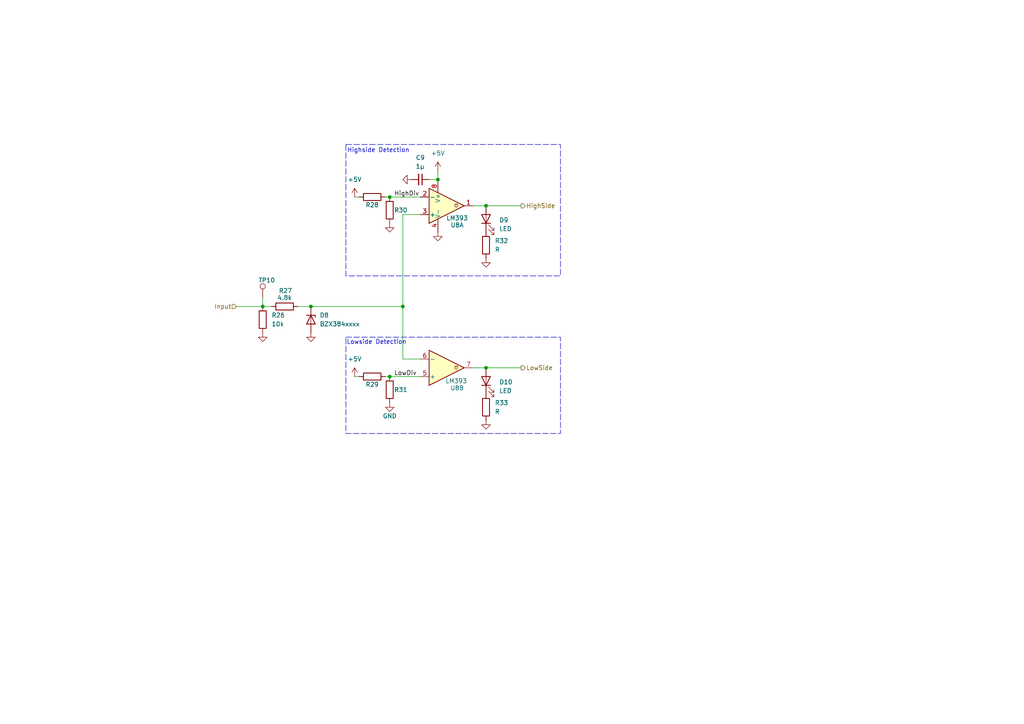
<source format=kicad_sch>
(kicad_sch (version 20250114) (generator "eeschema") (generator_version "9.0")
  (paper "A4")
  (lib_symbols
    (symbol "Comparator:LM393" (pin_names (offset 0.127))
      (property "Reference" "U" (at 3.81 3.81 0))
      (property "Value" "LM393" (at 6.35 -3.81 0))
      (symbol "LM393_1_1"
        (polyline (pts (xy -5.08 5.08) (xy 5.08 0) (xy -5.08 -5.08) (xy -5.08 5.08)) (stroke (width 0.254)) (fill (type background)))
        (polyline (pts (xy 3.302 -0.508) (xy 2.794 -0.508) (xy 3.302 0) (xy 2.794 0.508) (xy 2.286 0) (xy 2.794 -0.508) (xy 2.286 -0.508)) (stroke (width 0.127)))
        (pin input line (at -7.62 2.54 0) (length 2.54) (name "+") (number "3"))
        (pin input line (at -7.62 -2.54 0) (length 2.54) (name "-") (number "2"))
        (pin open_collector line (at 7.62 0 180) (length 2.54) (name "~") (number "1"))
      )
      (symbol "LM393_2_1"
        (polyline (pts (xy -5.08 5.08) (xy 5.08 0) (xy -5.08 -5.08) (xy -5.08 5.08)) (stroke (width 0.254)) (fill (type background)))
        (polyline (pts (xy 3.302 -0.508) (xy 2.794 -0.508) (xy 3.302 0) (xy 2.794 0.508) (xy 2.286 0) (xy 2.794 -0.508) (xy 2.286 -0.508)) (stroke (width 0.127)))
        (pin input line (at -7.62 2.54 0) (length 2.54) (name "+") (number "5"))
        (pin input line (at -7.62 -2.54 0) (length 2.54) (name "-") (number "6"))
        (pin open_collector line (at 7.62 0 180) (length 2.54) (name "~") (number "7"))
      )
      (symbol "LM393_3_1"
        (pin power_in line (at -2.54 7.62 270) (length 3.81) (name "V+") (number "8"))
        (pin power_in line (at -2.54 -7.62 90) (length 3.81) (name "V-") (number "4"))
      )
    )
    (symbol "Connector:TestPoint" (pin_numbers (hide yes)) (pin_names (offset 0.762) (hide yes))
      (property "Reference" "TP" (at 0 6.858 0))
      (property "Value" "TestPoint" (at 0 5.08 0))
      (symbol "TestPoint_0_1"
        (circle (center 0 3.302) (radius 0.762))
      )
      (symbol "TestPoint_1_1"
        (pin passive line (at 0 0 90) (length 2.54) (name "1") (number "1"))
      )
    )
    (symbol "Device:C_Small" (pin_numbers (hide yes)) (pin_names (offset 0.254) (hide yes))
      (property "Reference" "C" (at 0.254 1.778 0))
      (property "Value" "C_Small" (at 0.254 -2.032 0))
      (symbol "C_Small_0_1"
        (polyline (pts (xy -1.524 0.508) (xy 1.524 0.508)) (stroke (width 0.3048)))
        (polyline (pts (xy -1.524 -0.508) (xy 1.524 -0.508)) (stroke (width 0.3302)))
      )
      (symbol "C_Small_1_1"
        (pin passive line (at 0 2.54 270) (length 2.032) (name "~") (number "1"))
        (pin passive line (at 0 -2.54 90) (length 2.032) (name "~") (number "2"))
      )
    )
    (symbol "Device:LED" (pin_numbers (hide yes)) (pin_names (offset 1.016) (hide yes))
      (property "Reference" "D" (at 0 2.54 0))
      (property "Value" "LED" (at 0 -2.54 0))
      (symbol "LED_0_1"
        (polyline (pts (xy -3.048 -0.762) (xy -4.572 -2.286) (xy -3.81 -2.286) (xy -4.572 -2.286) (xy -4.572 -1.524)))
        (polyline (pts (xy -1.778 -0.762) (xy -3.302 -2.286) (xy -2.54 -2.286) (xy -3.302 -2.286) (xy -3.302 -1.524)))
        (polyline (pts (xy -1.27 0) (xy 1.27 0)))
        (polyline (pts (xy -1.27 -1.27) (xy -1.27 1.27)) (stroke (width 0.254)))
        (polyline (pts (xy 1.27 -1.27) (xy 1.27 1.27) (xy -1.27 0) (xy 1.27 -1.27)) (stroke (width 0.254)))
      )
      (symbol "LED_1_1"
        (pin passive line (at -3.81 0 0) (length 2.54) (name "K") (number "1"))
        (pin passive line (at 3.81 0 180) (length 2.54) (name "A") (number "2"))
      )
    )
    (symbol "Device:R" (pin_numbers (hide yes)) (pin_names (offset 0))
      (property "Reference" "R" (at 2.032 0 90))
      (property "Value" "R" (at 0 0 90))
      (symbol "R_0_1"
        (rectangle (start -1.016 -2.54) (end 1.016 2.54) (stroke (width 0.254)))
      )
      (symbol "R_1_1"
        (pin passive line (at 0 3.81 270) (length 1.27) (name "~") (number "1"))
        (pin passive line (at 0 -3.81 90) (length 1.27) (name "~") (number "2"))
      )
    )
    (symbol "Diode:BZX384xxxx" (pin_numbers (hide yes)) (pin_names (hide yes))
      (property "Reference" "D" (at 0 2.54 0))
      (property "Value" "BZX384xxxx" (at 0 -2.54 0))
      (symbol "BZX384xxxx_0_1"
        (polyline (pts (xy -1.27 -1.27) (xy -1.27 1.27) (xy -0.762 1.27)) (stroke (width 0.254)))
        (polyline (pts (xy 1.27 0) (xy -1.27 0)))
        (polyline (pts (xy 1.27 -1.27) (xy 1.27 1.27) (xy -1.27 0) (xy 1.27 -1.27)) (stroke (width 0.254)))
      )
      (symbol "BZX384xxxx_1_1"
        (pin passive line (at -3.81 0 0) (length 2.54) (name "K") (number "1"))
        (pin passive line (at 3.81 0 180) (length 2.54) (name "A") (number "2"))
      )
    )
    (symbol "power:+5V" (power) (pin_numbers (hide yes)) (pin_names (offset 0) (hide yes))
      (property "Value" "+5V" (at 0 3.556 0))
      (symbol "+5V_0_1"
        (polyline (pts (xy -0.762 1.27) (xy 0 2.54)))
        (polyline (pts (xy 0 2.54) (xy 0.762 1.27)))
        (polyline (pts (xy 0 0) (xy 0 2.54)))
      )
      (symbol "+5V_1_1"
        (pin power_in line (at 0 0 90) (length 0) (name "~") (number "1"))
      )
    )
    (symbol "power:GND" (power) (pin_numbers (hide yes)) (pin_names (offset 0) (hide yes))
      (property "Value" "GND" (at 0 -3.81 0))
      (symbol "GND_0_1"
        (polyline (pts (xy 0 0) (xy 0 -1.27) (xy 1.27 -1.27) (xy 0 -2.54) (xy -1.27 -1.27) (xy 0 -1.27)))
      )
      (symbol "GND_1_1"
        (pin power_in line (at 0 0 270) (length 0) (name "~") (number "1"))
      )
    )
  )
  (rectangle (start 100.33 41.91) (end 162.56 80.01) (stroke (width 0) (type dash)))
  (rectangle (start 100.33 97.79) (end 162.56 125.73) (stroke (width 0) (type dash)))
  (text "Highside Detection" (at 109.728 43.688 0) (effects (font (size 1.27 1.27))))
  (text "Lowside Detection" (at 109.22 99.314 0) (effects (font (size 1.27 1.27))))
  (junction (at 90.17 88.9))
  (junction (at 76.2 88.9))
  (junction (at 113.03 109.22))
  (junction (at 116.84 88.9))
  (junction (at 127 52.07))
  (junction (at 140.97 59.69))
  (junction (at 140.97 106.68))
  (junction (at 113.03 57.15))
  (wire (pts (xy 111.76 109.22) (xy 113.03 109.22)))
  (wire (pts (xy 124.46 52.07) (xy 127 52.07)))
  (wire (pts (xy 140.97 106.68) (xy 151.13 106.68)))
  (wire (pts (xy 102.87 109.22) (xy 104.14 109.22)))
  (wire (pts (xy 113.03 109.22) (xy 121.92 109.22)))
  (wire (pts (xy 111.76 57.15) (xy 113.03 57.15)))
  (wire (pts (xy 137.16 59.69) (xy 140.97 59.69)))
  (wire (pts (xy 68.58 88.9) (xy 76.2 88.9)))
  (wire (pts (xy 137.16 106.68) (xy 140.97 106.68)))
  (wire (pts (xy 86.36 88.9) (xy 90.17 88.9)))
  (wire (pts (xy 116.84 62.23) (xy 116.84 88.9)))
  (wire (pts (xy 76.2 88.9) (xy 78.74 88.9)))
  (wire (pts (xy 113.03 57.15) (xy 121.92 57.15)))
  (wire (pts (xy 116.84 62.23) (xy 121.92 62.23)))
  (wire (pts (xy 90.17 88.9) (xy 116.84 88.9)))
  (wire (pts (xy 116.84 88.9) (xy 116.84 104.14)))
  (wire (pts (xy 102.87 57.15) (xy 104.14 57.15)))
  (wire (pts (xy 116.84 104.14) (xy 121.92 104.14)))
  (wire (pts (xy 76.2 86.36) (xy 76.2 88.9)))
  (wire (pts (xy 140.97 59.69) (xy 151.13 59.69)))
  (wire (pts (xy 127 49.53) (xy 127 52.07)))
  (label "LowDiv" (at 114.3 109.22 0))
  (label "HighDiv" (at 114.3 57.15 0))
  (hierarchical_label "HighSide" (shape output) (at 151.13 59.69 0))
  (hierarchical_label "LowSide" (shape output) (at 151.13 106.68 0))
  (hierarchical_label "Input" (shape input) (at 68.58 88.9 180))
  (symbol (lib_id "power:GND") (at 113.03 116.84 0) (unit 1)
    (property "Reference" "#PWR045" (effects (hide yes)))
    (property "Value" "GND" (at 113.03 120.65 0))
    (property "Description" "Power symbol creates a global label with name \"GND\" , ground" (effects (hide yes)))
    (instances (project "BSPD" (path "" (reference "#PWR056") (unit 1)) (path "" (reference "#PWR045") (unit 1))))
  )
  (symbol (lib_id "Device:R") (at 107.95 109.22 90) (unit 1)
    (property "Reference" "R21" (at 107.95 111.506 90))
    (property "Value" "39K" (effects (hide yes)))
    (property "Footprint" "Resistor_SMD:R_0603_1608Metric" (effects (hide yes)))
    (property "Description" "Resistor" (effects (hide yes)))
    (instances (project "BSPD" (path "" (reference "R29") (unit 1)) (path "" (reference "R21") (unit 1))))
  )
  (symbol (lib_id "Device:R") (at 140.97 118.11 0) (unit 1)
    (property "Reference" "R25" (at 143.51 116.8399 0) (effects (justify left)))
    (property "Value" "R" (at 143.51 119.3799 0) (effects (justify left)))
    (property "Footprint" "Resistor_SMD:R_0603_1608Metric" (effects (hide yes)))
    (property "Description" "Resistor" (effects (hide yes)))
    (instances (project "BSPD" (path "" (reference "R33") (unit 1)) (path "" (reference "R25") (unit 1))))
  )
  (symbol (lib_id "Device:R") (at 140.97 71.12 0) (unit 1)
    (property "Reference" "R24" (at 143.51 69.8499 0) (effects (justify left)))
    (property "Value" "R" (at 143.51 72.3899 0) (effects (justify left)))
    (property "Footprint" "Resistor_SMD:R_0603_1608Metric" (effects (hide yes)))
    (property "Description" "Resistor" (effects (hide yes)))
    (instances (project "BSPD" (path "" (reference "R32") (unit 1)) (path "" (reference "R24") (unit 1))))
  )
  (symbol (lib_id "Comparator:LM393") (at 129.54 59.69 0) (unit 3)
    (property "Reference" "U7" (effects (hide yes)))
    (property "Value" "LM393" (effects (hide yes)))
    (property "Footprint" "Package_SO:SOIC-8_3.9x4.9mm_P1.27mm" (effects (hide yes)))
    (property "Datasheet" "http://www.ti.com/lit/ds/symlink/lm393.pdf" (effects (hide yes)))
    (property "Description" "Low-Power, Low-Offset Voltage, Dual Comparators, DIP-8/SOIC-8/TO-99-8" (effects (hide yes)))
    (instances (project "BSPD" (path "" (reference "U8") (unit 3)) (path "" (reference "U7") (unit 3))))
  )
  (symbol (lib_id "power:GND") (at 127 67.31 0) (unit 1)
    (property "Reference" "#PWR048" (effects (hide yes)))
    (property "Value" "GND" (effects (hide yes)))
    (property "Description" "Power symbol creates a global label with name \"GND\" , ground" (effects (hide yes)))
    (instances (project "BSPD" (path "" (reference "#PWR059") (unit 1)) (path "" (reference "#PWR048") (unit 1))))
  )
  (symbol (lib_id "power:GND") (at 76.2 96.52 0) (unit 1)
    (property "Reference" "#PWR040" (effects (hide yes)))
    (property "Value" "GND" (effects (hide yes)))
    (property "Description" "Power symbol creates a global label with name \"GND\" , ground" (effects (hide yes)))
    (instances (project "BSPD" (path "" (reference "#PWR051") (unit 1)) (path "" (reference "#PWR040") (unit 1))))
  )
  (symbol (lib_id "power:GND") (at 140.97 74.93 0) (unit 1)
    (property "Reference" "#PWR049" (effects (hide yes)))
    (property "Value" "GND" (effects (hide yes)))
    (property "Description" "Power symbol creates a global label with name \"GND\" , ground" (effects (hide yes)))
    (instances (project "BSPD" (path "" (reference "#PWR060") (unit 1)) (path "" (reference "#PWR049") (unit 1))))
  )
  (symbol (lib_id "Device:C_Small") (at 121.92 52.07 270) (unit 1)
    (property "Reference" "C8" (at 121.9136 45.72 90))
    (property "Value" "1µ" (at 121.9136 48.26 90))
    (property "Footprint" "Capacitor_SMD:C_0603_1608Metric" (effects (hide yes)))
    (property "Description" "Unpolarized capacitor, small symbol" (effects (hide yes)))
    (instances (project "BSPD" (path "" (reference "C9") (unit 1)) (path "" (reference "C8") (unit 1))))
  )
  (symbol (lib_id "Device:LED") (at 140.97 110.49 90) (unit 1)
    (property "Reference" "D7" (at 144.78 110.8074 90) (effects (justify right)))
    (property "Value" "LED" (at 144.78 113.3474 90) (effects (justify right)))
    (property "Footprint" "LED_SMD:LED_0603_1608Metric" (effects (hide yes)))
    (property "Description" "Light emitting diode" (effects (hide yes)))
    (instances (project "BSPD" (path "" (reference "D10") (unit 1)) (path "" (reference "D7") (unit 1))))
  )
  (symbol (lib_id "Comparator:LM393") (at 129.54 106.68 0) (mirror x) (unit 2)
    (property "Reference" "U7" (at 132.588 112.522 0))
    (property "Value" "LM393" (at 132.334 110.49 0))
    (property "Footprint" "Package_SO:SOIC-8_3.9x4.9mm_P1.27mm" (effects (hide yes)))
    (property "Datasheet" "http://www.ti.com/lit/ds/symlink/lm393.pdf" (effects (hide yes)))
    (property "Description" "Low-Power, Low-Offset Voltage, Dual Comparators, DIP-8/SOIC-8/TO-99-8" (effects (hide yes)))
    (instances (project "BSPD" (path "" (reference "U8") (unit 2)) (path "" (reference "U7") (unit 2))))
  )
  (symbol (lib_id "power:+5V") (at 127 49.53 0) (unit 1)
    (property "Reference" "#PWR047" (effects (hide yes)))
    (property "Value" "+5V" (at 127 44.45 0))
    (property "Description" "Power symbol creates a global label with name \"+5V\"" (effects (hide yes)))
    (instances (project "BSPD" (path "" (reference "#PWR058") (unit 1)) (path "" (reference "#PWR047") (unit 1))))
  )
  (symbol (lib_id "power:GND") (at 119.38 52.07 270) (unit 1)
    (property "Reference" "#PWR046" (effects (hide yes)))
    (property "Value" "GND" (effects (hide yes)))
    (property "Description" "Power symbol creates a global label with name \"GND\" , ground" (effects (hide yes)))
    (instances (project "BSPD" (path "" (reference "#PWR057") (unit 1)) (path "" (reference "#PWR046") (unit 1))))
  )
  (symbol (lib_id "Device:R") (at 76.2 92.71 180) (unit 1)
    (property "Reference" "R18" (at 78.74 91.4399 0) (effects (justify right)))
    (property "Value" "10k" (at 78.74 93.9799 0) (effects (justify right)))
    (property "Footprint" "Resistor_SMD:R_0603_1608Metric" (effects (hide yes)))
    (property "Description" "Resistor" (effects (hide yes)))
    (instances (project "BSPD" (path "" (reference "R26") (unit 1)) (path "" (reference "R18") (unit 1))))
  )
  (symbol (lib_id "power:GND") (at 90.17 96.52 0) (unit 1)
    (property "Reference" "#PWR041" (effects (hide yes)))
    (property "Value" "GND" (effects (hide yes)))
    (property "Description" "Power symbol creates a global label with name \"GND\" , ground" (effects (hide yes)))
    (instances (project "BSPD" (path "" (reference "#PWR052") (unit 1)) (path "" (reference "#PWR041") (unit 1))))
  )
  (symbol (lib_id "Device:R") (at 82.55 88.9 90) (unit 1)
    (property "Reference" "R19" (at 82.804 84.328 90))
    (property "Value" "4.8k" (at 82.55 86.36 90))
    (property "Footprint" "Resistor_SMD:R_0603_1608Metric" (effects (hide yes)))
    (property "Description" "Resistor" (effects (hide yes)))
    (instances (project "BSPD" (path "" (reference "R27") (unit 1)) (path "" (reference "R19") (unit 1))))
  )
  (symbol (lib_id "Comparator:LM393") (at 129.54 59.69 0) (mirror x) (unit 1)
    (property "Reference" "U7" (at 132.588 65.278 0))
    (property "Value" "LM393" (at 132.588 63.246 0))
    (property "Footprint" "Package_SO:SOIC-8_3.9x4.9mm_P1.27mm" (effects (hide yes)))
    (property "Datasheet" "http://www.ti.com/lit/ds/symlink/lm393.pdf" (effects (hide yes)))
    (property "Description" "Low-Power, Low-Offset Voltage, Dual Comparators, DIP-8/SOIC-8/TO-99-8" (effects (hide yes)))
    (instances (project "BSPD" (path "" (reference "U8") (unit 1)) (path "" (reference "U7") (unit 1))))
  )
  (symbol (lib_id "power:GND") (at 113.03 64.77 0) (unit 1)
    (property "Reference" "#PWR044" (effects (hide yes)))
    (property "Value" "GND" (effects (hide yes)))
    (property "Description" "Power symbol creates a global label with name \"GND\" , ground" (effects (hide yes)))
    (instances (project "BSPD" (path "" (reference "#PWR055") (unit 1)) (path "" (reference "#PWR044") (unit 1))))
  )
  (symbol (lib_id "Connector:TestPoint") (at 76.2 86.36 0) (unit 1)
    (property "Reference" "TP9" (at 74.93 81.28 0) (effects (justify left)))
    (property "Value" "TestPoint" (effects (hide yes)))
    (property "Footprint" "TestPoint:TestPoint_Keystone_5000-5004_Miniature" (effects (hide yes)))
    (property "Description" "test point" (effects (hide yes)))
    (instances (project "BSPD" (path "" (reference "TP10") (unit 1)) (path "" (reference "TP9") (unit 1))))
  )
  (symbol (lib_id "Device:R") (at 113.03 113.03 0) (unit 1)
    (property "Reference" "R23" (at 114.3 113.03 0) (effects (justify left)))
    (property "Value" "62k" (effects (hide yes)))
    (property "Footprint" "Resistor_SMD:R_0603_1608Metric" (effects (hide yes)))
    (property "Description" "Resistor" (effects (hide yes)))
    (instances (project "BSPD" (path "" (reference "R31") (unit 1)) (path "" (reference "R23") (unit 1))))
  )
  (symbol (lib_id "Device:R") (at 107.95 57.15 90) (unit 1)
    (property "Reference" "R20" (at 107.95 59.436 90))
    (property "Value" "39K" (effects (hide yes)))
    (property "Footprint" "Resistor_SMD:R_0603_1608Metric" (effects (hide yes)))
    (property "Description" "Resistor" (effects (hide yes)))
    (instances (project "BSPD" (path "" (reference "R28") (unit 1)) (path "" (reference "R20") (unit 1))))
  )
  (symbol (lib_id "power:+5V") (at 102.87 109.22 0) (unit 1)
    (property "Reference" "#PWR043" (effects (hide yes)))
    (property "Value" "+5V" (at 102.87 104.14 0))
    (property "Description" "Power symbol creates a global label with name \"+5V\"" (effects (hide yes)))
    (instances (project "BSPD" (path "" (reference "#PWR054") (unit 1)) (path "" (reference "#PWR043") (unit 1))))
  )
  (symbol (lib_id "power:+5V") (at 102.87 57.15 0) (unit 1)
    (property "Reference" "#PWR042" (effects (hide yes)))
    (property "Value" "+5V" (at 102.87 52.07 0))
    (property "Description" "Power symbol creates a global label with name \"+5V\"" (effects (hide yes)))
    (instances (project "BSPD" (path "" (reference "#PWR053") (unit 1)) (path "" (reference "#PWR042") (unit 1))))
  )
  (symbol (lib_id "Diode:BZX384xxxx") (at 90.17 92.71 270) (unit 1)
    (property "Reference" "D5" (at 92.71 91.4399 90) (effects (justify left)))
    (property "Value" "BZX384xxxx" (at 92.71 93.9799 90) (effects (justify left)))
    (property "Footprint" "Diode_SMD:D_SOD-323" (effects (hide yes)))
    (property "Datasheet" "https://www.vishay.com/docs/85764/bzx384.pdf" (effects (hide yes)))
    (property "Description" "300mW Zener Diode, SOD-323" (effects (hide yes)))
    (instances (project "BSPD" (path "" (reference "D8") (unit 1)) (path "" (reference "D5") (unit 1))))
  )
  (symbol (lib_id "Device:LED") (at 140.97 63.5 90) (unit 1)
    (property "Reference" "D6" (at 144.78 63.8174 90) (effects (justify right)))
    (property "Value" "LED" (at 144.78 66.3574 90) (effects (justify right)))
    (property "Footprint" "LED_SMD:LED_0603_1608Metric" (effects (hide yes)))
    (property "Description" "Light emitting diode" (effects (hide yes)))
    (instances (project "BSPD" (path "" (reference "D9") (unit 1)) (path "" (reference "D6") (unit 1))))
  )
  (symbol (lib_id "power:GND") (at 140.97 121.92 0) (unit 1)
    (property "Reference" "#PWR050" (effects (hide yes)))
    (property "Value" "GND" (effects (hide yes)))
    (property "Description" "Power symbol creates a global label with name \"GND\" , ground" (effects (hide yes)))
    (instances (project "BSPD" (path "" (reference "#PWR061") (unit 1)) (path "" (reference "#PWR050") (unit 1))))
  )
  (symbol (lib_id "Device:R") (at 113.03 60.96 0) (unit 1)
    (property "Reference" "R22" (at 114.3 60.96 0) (effects (justify left)))
    (property "Value" "62k" (effects (hide yes)))
    (property "Footprint" "Resistor_SMD:R_0603_1608Metric" (effects (hide yes)))
    (property "Description" "Resistor" (effects (hide yes)))
    (instances (project "BSPD" (path "" (reference "R30") (unit 1)) (path "" (reference "R22") (unit 1))))
  )
)
</source>
